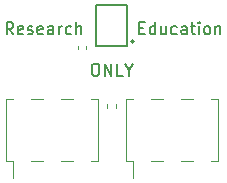
<source format=gto>
G04 #@! TF.GenerationSoftware,KiCad,Pcbnew,7.0.4*
G04 #@! TF.CreationDate,2023-08-12T11:29:38+02:00*
G04 #@! TF.ProjectId,NB3_ear,4e42335f-6561-4722-9e6b-696361645f70,0.0.1*
G04 #@! TF.SameCoordinates,PX868b5c0PY6ee3738*
G04 #@! TF.FileFunction,Legend,Top*
G04 #@! TF.FilePolarity,Positive*
%FSLAX46Y46*%
G04 Gerber Fmt 4.6, Leading zero omitted, Abs format (unit mm)*
G04 Created by KiCad (PCBNEW 7.0.4) date 2023-08-12 11:29:38*
%MOMM*%
%LPD*%
G01*
G04 APERTURE LIST*
%ADD10C,0.150000*%
%ADD11C,0.127000*%
%ADD12C,0.200000*%
%ADD13C,0.120000*%
G04 APERTURE END LIST*
D10*
X12336779Y15153991D02*
X12670112Y15153991D01*
X12812969Y14630181D02*
X12336779Y14630181D01*
X12336779Y14630181D02*
X12336779Y15630181D01*
X12336779Y15630181D02*
X12812969Y15630181D01*
X13670112Y14630181D02*
X13670112Y15630181D01*
X13670112Y14677800D02*
X13574874Y14630181D01*
X13574874Y14630181D02*
X13384398Y14630181D01*
X13384398Y14630181D02*
X13289160Y14677800D01*
X13289160Y14677800D02*
X13241541Y14725420D01*
X13241541Y14725420D02*
X13193922Y14820658D01*
X13193922Y14820658D02*
X13193922Y15106372D01*
X13193922Y15106372D02*
X13241541Y15201610D01*
X13241541Y15201610D02*
X13289160Y15249229D01*
X13289160Y15249229D02*
X13384398Y15296848D01*
X13384398Y15296848D02*
X13574874Y15296848D01*
X13574874Y15296848D02*
X13670112Y15249229D01*
X14574874Y15296848D02*
X14574874Y14630181D01*
X14146303Y15296848D02*
X14146303Y14773039D01*
X14146303Y14773039D02*
X14193922Y14677800D01*
X14193922Y14677800D02*
X14289160Y14630181D01*
X14289160Y14630181D02*
X14432017Y14630181D01*
X14432017Y14630181D02*
X14527255Y14677800D01*
X14527255Y14677800D02*
X14574874Y14725420D01*
X15479636Y14677800D02*
X15384398Y14630181D01*
X15384398Y14630181D02*
X15193922Y14630181D01*
X15193922Y14630181D02*
X15098684Y14677800D01*
X15098684Y14677800D02*
X15051065Y14725420D01*
X15051065Y14725420D02*
X15003446Y14820658D01*
X15003446Y14820658D02*
X15003446Y15106372D01*
X15003446Y15106372D02*
X15051065Y15201610D01*
X15051065Y15201610D02*
X15098684Y15249229D01*
X15098684Y15249229D02*
X15193922Y15296848D01*
X15193922Y15296848D02*
X15384398Y15296848D01*
X15384398Y15296848D02*
X15479636Y15249229D01*
X16336779Y14630181D02*
X16336779Y15153991D01*
X16336779Y15153991D02*
X16289160Y15249229D01*
X16289160Y15249229D02*
X16193922Y15296848D01*
X16193922Y15296848D02*
X16003446Y15296848D01*
X16003446Y15296848D02*
X15908208Y15249229D01*
X16336779Y14677800D02*
X16241541Y14630181D01*
X16241541Y14630181D02*
X16003446Y14630181D01*
X16003446Y14630181D02*
X15908208Y14677800D01*
X15908208Y14677800D02*
X15860589Y14773039D01*
X15860589Y14773039D02*
X15860589Y14868277D01*
X15860589Y14868277D02*
X15908208Y14963515D01*
X15908208Y14963515D02*
X16003446Y15011134D01*
X16003446Y15011134D02*
X16241541Y15011134D01*
X16241541Y15011134D02*
X16336779Y15058753D01*
X16670113Y15296848D02*
X17051065Y15296848D01*
X16812970Y15630181D02*
X16812970Y14773039D01*
X16812970Y14773039D02*
X16860589Y14677800D01*
X16860589Y14677800D02*
X16955827Y14630181D01*
X16955827Y14630181D02*
X17051065Y14630181D01*
X17384399Y14630181D02*
X17384399Y15296848D01*
X17384399Y15630181D02*
X17336780Y15582562D01*
X17336780Y15582562D02*
X17384399Y15534943D01*
X17384399Y15534943D02*
X17432018Y15582562D01*
X17432018Y15582562D02*
X17384399Y15630181D01*
X17384399Y15630181D02*
X17384399Y15534943D01*
X18003446Y14630181D02*
X17908208Y14677800D01*
X17908208Y14677800D02*
X17860589Y14725420D01*
X17860589Y14725420D02*
X17812970Y14820658D01*
X17812970Y14820658D02*
X17812970Y15106372D01*
X17812970Y15106372D02*
X17860589Y15201610D01*
X17860589Y15201610D02*
X17908208Y15249229D01*
X17908208Y15249229D02*
X18003446Y15296848D01*
X18003446Y15296848D02*
X18146303Y15296848D01*
X18146303Y15296848D02*
X18241541Y15249229D01*
X18241541Y15249229D02*
X18289160Y15201610D01*
X18289160Y15201610D02*
X18336779Y15106372D01*
X18336779Y15106372D02*
X18336779Y14820658D01*
X18336779Y14820658D02*
X18289160Y14725420D01*
X18289160Y14725420D02*
X18241541Y14677800D01*
X18241541Y14677800D02*
X18146303Y14630181D01*
X18146303Y14630181D02*
X18003446Y14630181D01*
X18765351Y15296848D02*
X18765351Y14630181D01*
X18765351Y15201610D02*
X18812970Y15249229D01*
X18812970Y15249229D02*
X18908208Y15296848D01*
X18908208Y15296848D02*
X19051065Y15296848D01*
X19051065Y15296848D02*
X19146303Y15249229D01*
X19146303Y15249229D02*
X19193922Y15153991D01*
X19193922Y15153991D02*
X19193922Y14630181D01*
X1658207Y14630181D02*
X1324874Y15106372D01*
X1086779Y14630181D02*
X1086779Y15630181D01*
X1086779Y15630181D02*
X1467731Y15630181D01*
X1467731Y15630181D02*
X1562969Y15582562D01*
X1562969Y15582562D02*
X1610588Y15534943D01*
X1610588Y15534943D02*
X1658207Y15439705D01*
X1658207Y15439705D02*
X1658207Y15296848D01*
X1658207Y15296848D02*
X1610588Y15201610D01*
X1610588Y15201610D02*
X1562969Y15153991D01*
X1562969Y15153991D02*
X1467731Y15106372D01*
X1467731Y15106372D02*
X1086779Y15106372D01*
X2467731Y14677800D02*
X2372493Y14630181D01*
X2372493Y14630181D02*
X2182017Y14630181D01*
X2182017Y14630181D02*
X2086779Y14677800D01*
X2086779Y14677800D02*
X2039160Y14773039D01*
X2039160Y14773039D02*
X2039160Y15153991D01*
X2039160Y15153991D02*
X2086779Y15249229D01*
X2086779Y15249229D02*
X2182017Y15296848D01*
X2182017Y15296848D02*
X2372493Y15296848D01*
X2372493Y15296848D02*
X2467731Y15249229D01*
X2467731Y15249229D02*
X2515350Y15153991D01*
X2515350Y15153991D02*
X2515350Y15058753D01*
X2515350Y15058753D02*
X2039160Y14963515D01*
X2896303Y14677800D02*
X2991541Y14630181D01*
X2991541Y14630181D02*
X3182017Y14630181D01*
X3182017Y14630181D02*
X3277255Y14677800D01*
X3277255Y14677800D02*
X3324874Y14773039D01*
X3324874Y14773039D02*
X3324874Y14820658D01*
X3324874Y14820658D02*
X3277255Y14915896D01*
X3277255Y14915896D02*
X3182017Y14963515D01*
X3182017Y14963515D02*
X3039160Y14963515D01*
X3039160Y14963515D02*
X2943922Y15011134D01*
X2943922Y15011134D02*
X2896303Y15106372D01*
X2896303Y15106372D02*
X2896303Y15153991D01*
X2896303Y15153991D02*
X2943922Y15249229D01*
X2943922Y15249229D02*
X3039160Y15296848D01*
X3039160Y15296848D02*
X3182017Y15296848D01*
X3182017Y15296848D02*
X3277255Y15249229D01*
X4134398Y14677800D02*
X4039160Y14630181D01*
X4039160Y14630181D02*
X3848684Y14630181D01*
X3848684Y14630181D02*
X3753446Y14677800D01*
X3753446Y14677800D02*
X3705827Y14773039D01*
X3705827Y14773039D02*
X3705827Y15153991D01*
X3705827Y15153991D02*
X3753446Y15249229D01*
X3753446Y15249229D02*
X3848684Y15296848D01*
X3848684Y15296848D02*
X4039160Y15296848D01*
X4039160Y15296848D02*
X4134398Y15249229D01*
X4134398Y15249229D02*
X4182017Y15153991D01*
X4182017Y15153991D02*
X4182017Y15058753D01*
X4182017Y15058753D02*
X3705827Y14963515D01*
X5039160Y14630181D02*
X5039160Y15153991D01*
X5039160Y15153991D02*
X4991541Y15249229D01*
X4991541Y15249229D02*
X4896303Y15296848D01*
X4896303Y15296848D02*
X4705827Y15296848D01*
X4705827Y15296848D02*
X4610589Y15249229D01*
X5039160Y14677800D02*
X4943922Y14630181D01*
X4943922Y14630181D02*
X4705827Y14630181D01*
X4705827Y14630181D02*
X4610589Y14677800D01*
X4610589Y14677800D02*
X4562970Y14773039D01*
X4562970Y14773039D02*
X4562970Y14868277D01*
X4562970Y14868277D02*
X4610589Y14963515D01*
X4610589Y14963515D02*
X4705827Y15011134D01*
X4705827Y15011134D02*
X4943922Y15011134D01*
X4943922Y15011134D02*
X5039160Y15058753D01*
X5515351Y14630181D02*
X5515351Y15296848D01*
X5515351Y15106372D02*
X5562970Y15201610D01*
X5562970Y15201610D02*
X5610589Y15249229D01*
X5610589Y15249229D02*
X5705827Y15296848D01*
X5705827Y15296848D02*
X5801065Y15296848D01*
X6562970Y14677800D02*
X6467732Y14630181D01*
X6467732Y14630181D02*
X6277256Y14630181D01*
X6277256Y14630181D02*
X6182018Y14677800D01*
X6182018Y14677800D02*
X6134399Y14725420D01*
X6134399Y14725420D02*
X6086780Y14820658D01*
X6086780Y14820658D02*
X6086780Y15106372D01*
X6086780Y15106372D02*
X6134399Y15201610D01*
X6134399Y15201610D02*
X6182018Y15249229D01*
X6182018Y15249229D02*
X6277256Y15296848D01*
X6277256Y15296848D02*
X6467732Y15296848D01*
X6467732Y15296848D02*
X6562970Y15249229D01*
X6991542Y14630181D02*
X6991542Y15630181D01*
X7420113Y14630181D02*
X7420113Y15153991D01*
X7420113Y15153991D02*
X7372494Y15249229D01*
X7372494Y15249229D02*
X7277256Y15296848D01*
X7277256Y15296848D02*
X7134399Y15296848D01*
X7134399Y15296848D02*
X7039161Y15249229D01*
X7039161Y15249229D02*
X6991542Y15201610D01*
X8527255Y12130181D02*
X8717731Y12130181D01*
X8717731Y12130181D02*
X8812969Y12082562D01*
X8812969Y12082562D02*
X8908207Y11987324D01*
X8908207Y11987324D02*
X8955826Y11796848D01*
X8955826Y11796848D02*
X8955826Y11463515D01*
X8955826Y11463515D02*
X8908207Y11273039D01*
X8908207Y11273039D02*
X8812969Y11177800D01*
X8812969Y11177800D02*
X8717731Y11130181D01*
X8717731Y11130181D02*
X8527255Y11130181D01*
X8527255Y11130181D02*
X8432017Y11177800D01*
X8432017Y11177800D02*
X8336779Y11273039D01*
X8336779Y11273039D02*
X8289160Y11463515D01*
X8289160Y11463515D02*
X8289160Y11796848D01*
X8289160Y11796848D02*
X8336779Y11987324D01*
X8336779Y11987324D02*
X8432017Y12082562D01*
X8432017Y12082562D02*
X8527255Y12130181D01*
X9384398Y11130181D02*
X9384398Y12130181D01*
X9384398Y12130181D02*
X9955826Y11130181D01*
X9955826Y11130181D02*
X9955826Y12130181D01*
X10908207Y11130181D02*
X10432017Y11130181D01*
X10432017Y11130181D02*
X10432017Y12130181D01*
X11432017Y11606372D02*
X11432017Y11130181D01*
X11098684Y12130181D02*
X11432017Y11606372D01*
X11432017Y11606372D02*
X11765350Y12130181D01*
D11*
X11325000Y13611000D02*
X11325000Y17111000D01*
X11325000Y17111000D02*
X8675000Y17111000D01*
X8675000Y13611000D02*
X11325000Y13611000D01*
X8675000Y17111000D02*
X8675000Y13611000D01*
D12*
X11837500Y14011000D02*
G75*
G03*
X11837500Y14011000I-100000J0D01*
G01*
D13*
X7820000Y13627836D02*
X7820000Y13412164D01*
X7100000Y13627836D02*
X7100000Y13412164D01*
X9620000Y8376359D02*
X9620000Y8683641D01*
X10380000Y8376359D02*
X10380000Y8683641D01*
X11780000Y2485000D02*
X11780000Y3925000D01*
X11210000Y3925000D02*
X11780000Y3925000D01*
X11210000Y3925000D02*
X11210000Y9125000D01*
X13300000Y3925000D02*
X14320000Y3925000D01*
X15840000Y3925000D02*
X16860000Y3925000D01*
X18380000Y3925000D02*
X18950000Y3925000D01*
X18950000Y3925000D02*
X18950000Y9125000D01*
X11210000Y9125000D02*
X11780000Y9125000D01*
X13300000Y9125000D02*
X14320000Y9125000D01*
X15840000Y9125000D02*
X16860000Y9125000D01*
X18380000Y9125000D02*
X18950000Y9125000D01*
X1620000Y2460000D02*
X1620000Y3900000D01*
X1050000Y3900000D02*
X1620000Y3900000D01*
X1050000Y3900000D02*
X1050000Y9100000D01*
X3140000Y3900000D02*
X4160000Y3900000D01*
X5680000Y3900000D02*
X6700000Y3900000D01*
X8220000Y3900000D02*
X8790000Y3900000D01*
X8790000Y3900000D02*
X8790000Y9100000D01*
X1050000Y9100000D02*
X1620000Y9100000D01*
X3140000Y9100000D02*
X4160000Y9100000D01*
X5680000Y9100000D02*
X6700000Y9100000D01*
X8220000Y9100000D02*
X8790000Y9100000D01*
M02*

</source>
